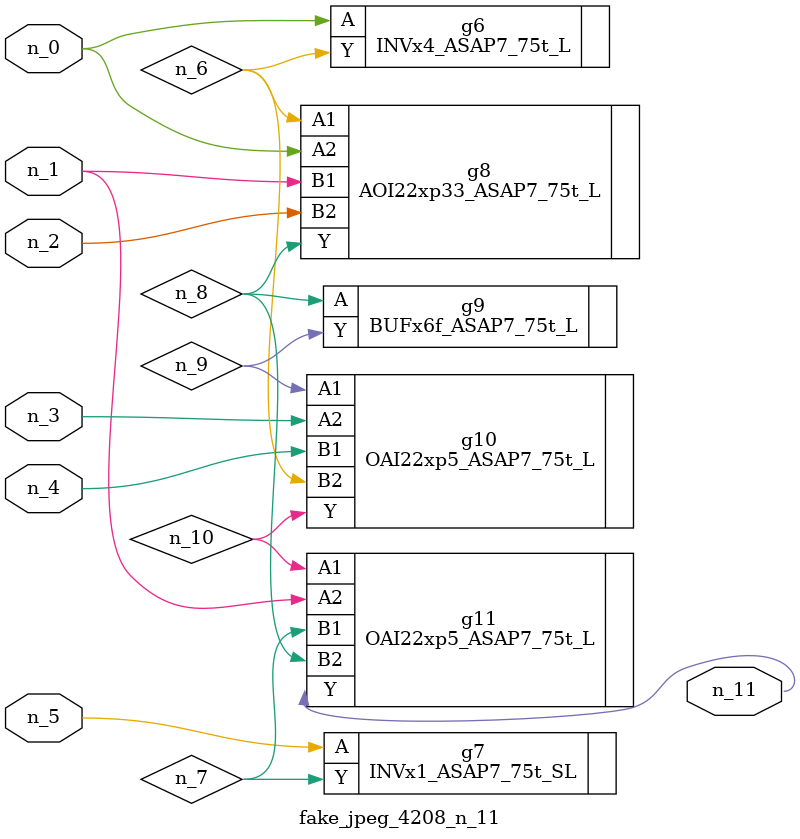
<source format=v>
module fake_jpeg_4208_n_11 (n_3, n_2, n_1, n_0, n_4, n_5, n_11);

input n_3;
input n_2;
input n_1;
input n_0;
input n_4;
input n_5;

output n_11;

wire n_10;
wire n_8;
wire n_9;
wire n_6;
wire n_7;

INVx4_ASAP7_75t_L g6 ( 
.A(n_0),
.Y(n_6)
);

INVx1_ASAP7_75t_SL g7 ( 
.A(n_5),
.Y(n_7)
);

AOI22xp33_ASAP7_75t_L g8 ( 
.A1(n_6),
.A2(n_0),
.B1(n_1),
.B2(n_2),
.Y(n_8)
);

BUFx6f_ASAP7_75t_L g9 ( 
.A(n_8),
.Y(n_9)
);

OAI22xp5_ASAP7_75t_L g10 ( 
.A1(n_9),
.A2(n_3),
.B1(n_4),
.B2(n_6),
.Y(n_10)
);

OAI22xp5_ASAP7_75t_L g11 ( 
.A1(n_10),
.A2(n_1),
.B1(n_7),
.B2(n_8),
.Y(n_11)
);


endmodule
</source>
